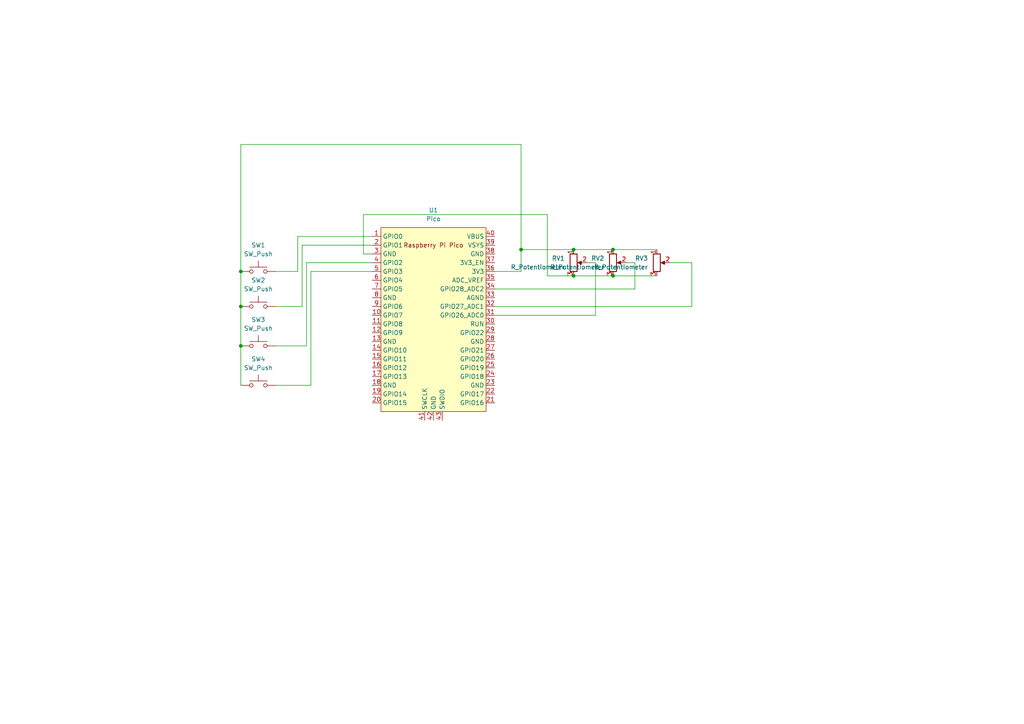
<source format=kicad_sch>
(kicad_sch (version 20211123) (generator eeschema)

  (uuid e63e39d7-6ac0-4ffd-8aa3-1841a4541b55)

  (paper "A4")

  (lib_symbols
    (symbol "Device:R_Potentiometer" (pin_names (offset 1.016) hide) (in_bom yes) (on_board yes)
      (property "Reference" "RV" (id 0) (at -4.445 0 90)
        (effects (font (size 1.27 1.27)))
      )
      (property "Value" "R_Potentiometer" (id 1) (at -2.54 0 90)
        (effects (font (size 1.27 1.27)))
      )
      (property "Footprint" "" (id 2) (at 0 0 0)
        (effects (font (size 1.27 1.27)) hide)
      )
      (property "Datasheet" "~" (id 3) (at 0 0 0)
        (effects (font (size 1.27 1.27)) hide)
      )
      (property "ki_keywords" "resistor variable" (id 4) (at 0 0 0)
        (effects (font (size 1.27 1.27)) hide)
      )
      (property "ki_description" "Potentiometer" (id 5) (at 0 0 0)
        (effects (font (size 1.27 1.27)) hide)
      )
      (property "ki_fp_filters" "Potentiometer*" (id 6) (at 0 0 0)
        (effects (font (size 1.27 1.27)) hide)
      )
      (symbol "R_Potentiometer_0_1"
        (polyline
          (pts
            (xy 2.54 0)
            (xy 1.524 0)
          )
          (stroke (width 0) (type default) (color 0 0 0 0))
          (fill (type none))
        )
        (polyline
          (pts
            (xy 1.143 0)
            (xy 2.286 0.508)
            (xy 2.286 -0.508)
            (xy 1.143 0)
          )
          (stroke (width 0) (type default) (color 0 0 0 0))
          (fill (type outline))
        )
        (rectangle (start 1.016 2.54) (end -1.016 -2.54)
          (stroke (width 0.254) (type default) (color 0 0 0 0))
          (fill (type none))
        )
      )
      (symbol "R_Potentiometer_1_1"
        (pin passive line (at 0 3.81 270) (length 1.27)
          (name "1" (effects (font (size 1.27 1.27))))
          (number "1" (effects (font (size 1.27 1.27))))
        )
        (pin passive line (at 3.81 0 180) (length 1.27)
          (name "2" (effects (font (size 1.27 1.27))))
          (number "2" (effects (font (size 1.27 1.27))))
        )
        (pin passive line (at 0 -3.81 90) (length 1.27)
          (name "3" (effects (font (size 1.27 1.27))))
          (number "3" (effects (font (size 1.27 1.27))))
        )
      )
    )
    (symbol "MCU_RaspberryPi_and_Boards:Pico" (in_bom yes) (on_board yes)
      (property "Reference" "U" (id 0) (at -13.97 27.94 0)
        (effects (font (size 1.27 1.27)))
      )
      (property "Value" "Pico" (id 1) (at 0 19.05 0)
        (effects (font (size 1.27 1.27)))
      )
      (property "Footprint" "RPi_Pico:RPi_Pico_SMD_TH" (id 2) (at 0 0 90)
        (effects (font (size 1.27 1.27)) hide)
      )
      (property "Datasheet" "" (id 3) (at 0 0 0)
        (effects (font (size 1.27 1.27)) hide)
      )
      (symbol "Pico_0_0"
        (text "Raspberry Pi Pico" (at 0 21.59 0)
          (effects (font (size 1.27 1.27)))
        )
      )
      (symbol "Pico_0_1"
        (rectangle (start -15.24 26.67) (end 15.24 -26.67)
          (stroke (width 0) (type default) (color 0 0 0 0))
          (fill (type background))
        )
      )
      (symbol "Pico_1_1"
        (pin bidirectional line (at -17.78 24.13 0) (length 2.54)
          (name "GPIO0" (effects (font (size 1.27 1.27))))
          (number "1" (effects (font (size 1.27 1.27))))
        )
        (pin bidirectional line (at -17.78 1.27 0) (length 2.54)
          (name "GPIO7" (effects (font (size 1.27 1.27))))
          (number "10" (effects (font (size 1.27 1.27))))
        )
        (pin bidirectional line (at -17.78 -1.27 0) (length 2.54)
          (name "GPIO8" (effects (font (size 1.27 1.27))))
          (number "11" (effects (font (size 1.27 1.27))))
        )
        (pin bidirectional line (at -17.78 -3.81 0) (length 2.54)
          (name "GPIO9" (effects (font (size 1.27 1.27))))
          (number "12" (effects (font (size 1.27 1.27))))
        )
        (pin power_in line (at -17.78 -6.35 0) (length 2.54)
          (name "GND" (effects (font (size 1.27 1.27))))
          (number "13" (effects (font (size 1.27 1.27))))
        )
        (pin bidirectional line (at -17.78 -8.89 0) (length 2.54)
          (name "GPIO10" (effects (font (size 1.27 1.27))))
          (number "14" (effects (font (size 1.27 1.27))))
        )
        (pin bidirectional line (at -17.78 -11.43 0) (length 2.54)
          (name "GPIO11" (effects (font (size 1.27 1.27))))
          (number "15" (effects (font (size 1.27 1.27))))
        )
        (pin bidirectional line (at -17.78 -13.97 0) (length 2.54)
          (name "GPIO12" (effects (font (size 1.27 1.27))))
          (number "16" (effects (font (size 1.27 1.27))))
        )
        (pin bidirectional line (at -17.78 -16.51 0) (length 2.54)
          (name "GPIO13" (effects (font (size 1.27 1.27))))
          (number "17" (effects (font (size 1.27 1.27))))
        )
        (pin power_in line (at -17.78 -19.05 0) (length 2.54)
          (name "GND" (effects (font (size 1.27 1.27))))
          (number "18" (effects (font (size 1.27 1.27))))
        )
        (pin bidirectional line (at -17.78 -21.59 0) (length 2.54)
          (name "GPIO14" (effects (font (size 1.27 1.27))))
          (number "19" (effects (font (size 1.27 1.27))))
        )
        (pin bidirectional line (at -17.78 21.59 0) (length 2.54)
          (name "GPIO1" (effects (font (size 1.27 1.27))))
          (number "2" (effects (font (size 1.27 1.27))))
        )
        (pin bidirectional line (at -17.78 -24.13 0) (length 2.54)
          (name "GPIO15" (effects (font (size 1.27 1.27))))
          (number "20" (effects (font (size 1.27 1.27))))
        )
        (pin bidirectional line (at 17.78 -24.13 180) (length 2.54)
          (name "GPIO16" (effects (font (size 1.27 1.27))))
          (number "21" (effects (font (size 1.27 1.27))))
        )
        (pin bidirectional line (at 17.78 -21.59 180) (length 2.54)
          (name "GPIO17" (effects (font (size 1.27 1.27))))
          (number "22" (effects (font (size 1.27 1.27))))
        )
        (pin power_in line (at 17.78 -19.05 180) (length 2.54)
          (name "GND" (effects (font (size 1.27 1.27))))
          (number "23" (effects (font (size 1.27 1.27))))
        )
        (pin bidirectional line (at 17.78 -16.51 180) (length 2.54)
          (name "GPIO18" (effects (font (size 1.27 1.27))))
          (number "24" (effects (font (size 1.27 1.27))))
        )
        (pin bidirectional line (at 17.78 -13.97 180) (length 2.54)
          (name "GPIO19" (effects (font (size 1.27 1.27))))
          (number "25" (effects (font (size 1.27 1.27))))
        )
        (pin bidirectional line (at 17.78 -11.43 180) (length 2.54)
          (name "GPIO20" (effects (font (size 1.27 1.27))))
          (number "26" (effects (font (size 1.27 1.27))))
        )
        (pin bidirectional line (at 17.78 -8.89 180) (length 2.54)
          (name "GPIO21" (effects (font (size 1.27 1.27))))
          (number "27" (effects (font (size 1.27 1.27))))
        )
        (pin power_in line (at 17.78 -6.35 180) (length 2.54)
          (name "GND" (effects (font (size 1.27 1.27))))
          (number "28" (effects (font (size 1.27 1.27))))
        )
        (pin bidirectional line (at 17.78 -3.81 180) (length 2.54)
          (name "GPIO22" (effects (font (size 1.27 1.27))))
          (number "29" (effects (font (size 1.27 1.27))))
        )
        (pin power_in line (at -17.78 19.05 0) (length 2.54)
          (name "GND" (effects (font (size 1.27 1.27))))
          (number "3" (effects (font (size 1.27 1.27))))
        )
        (pin input line (at 17.78 -1.27 180) (length 2.54)
          (name "RUN" (effects (font (size 1.27 1.27))))
          (number "30" (effects (font (size 1.27 1.27))))
        )
        (pin bidirectional line (at 17.78 1.27 180) (length 2.54)
          (name "GPIO26_ADC0" (effects (font (size 1.27 1.27))))
          (number "31" (effects (font (size 1.27 1.27))))
        )
        (pin bidirectional line (at 17.78 3.81 180) (length 2.54)
          (name "GPIO27_ADC1" (effects (font (size 1.27 1.27))))
          (number "32" (effects (font (size 1.27 1.27))))
        )
        (pin power_in line (at 17.78 6.35 180) (length 2.54)
          (name "AGND" (effects (font (size 1.27 1.27))))
          (number "33" (effects (font (size 1.27 1.27))))
        )
        (pin bidirectional line (at 17.78 8.89 180) (length 2.54)
          (name "GPIO28_ADC2" (effects (font (size 1.27 1.27))))
          (number "34" (effects (font (size 1.27 1.27))))
        )
        (pin power_in line (at 17.78 11.43 180) (length 2.54)
          (name "ADC_VREF" (effects (font (size 1.27 1.27))))
          (number "35" (effects (font (size 1.27 1.27))))
        )
        (pin power_in line (at 17.78 13.97 180) (length 2.54)
          (name "3V3" (effects (font (size 1.27 1.27))))
          (number "36" (effects (font (size 1.27 1.27))))
        )
        (pin input line (at 17.78 16.51 180) (length 2.54)
          (name "3V3_EN" (effects (font (size 1.27 1.27))))
          (number "37" (effects (font (size 1.27 1.27))))
        )
        (pin bidirectional line (at 17.78 19.05 180) (length 2.54)
          (name "GND" (effects (font (size 1.27 1.27))))
          (number "38" (effects (font (size 1.27 1.27))))
        )
        (pin power_in line (at 17.78 21.59 180) (length 2.54)
          (name "VSYS" (effects (font (size 1.27 1.27))))
          (number "39" (effects (font (size 1.27 1.27))))
        )
        (pin bidirectional line (at -17.78 16.51 0) (length 2.54)
          (name "GPIO2" (effects (font (size 1.27 1.27))))
          (number "4" (effects (font (size 1.27 1.27))))
        )
        (pin power_in line (at 17.78 24.13 180) (length 2.54)
          (name "VBUS" (effects (font (size 1.27 1.27))))
          (number "40" (effects (font (size 1.27 1.27))))
        )
        (pin input line (at -2.54 -29.21 90) (length 2.54)
          (name "SWCLK" (effects (font (size 1.27 1.27))))
          (number "41" (effects (font (size 1.27 1.27))))
        )
        (pin power_in line (at 0 -29.21 90) (length 2.54)
          (name "GND" (effects (font (size 1.27 1.27))))
          (number "42" (effects (font (size 1.27 1.27))))
        )
        (pin bidirectional line (at 2.54 -29.21 90) (length 2.54)
          (name "SWDIO" (effects (font (size 1.27 1.27))))
          (number "43" (effects (font (size 1.27 1.27))))
        )
        (pin bidirectional line (at -17.78 13.97 0) (length 2.54)
          (name "GPIO3" (effects (font (size 1.27 1.27))))
          (number "5" (effects (font (size 1.27 1.27))))
        )
        (pin bidirectional line (at -17.78 11.43 0) (length 2.54)
          (name "GPIO4" (effects (font (size 1.27 1.27))))
          (number "6" (effects (font (size 1.27 1.27))))
        )
        (pin bidirectional line (at -17.78 8.89 0) (length 2.54)
          (name "GPIO5" (effects (font (size 1.27 1.27))))
          (number "7" (effects (font (size 1.27 1.27))))
        )
        (pin power_in line (at -17.78 6.35 0) (length 2.54)
          (name "GND" (effects (font (size 1.27 1.27))))
          (number "8" (effects (font (size 1.27 1.27))))
        )
        (pin bidirectional line (at -17.78 3.81 0) (length 2.54)
          (name "GPIO6" (effects (font (size 1.27 1.27))))
          (number "9" (effects (font (size 1.27 1.27))))
        )
      )
    )
    (symbol "Switch:SW_Push" (pin_numbers hide) (pin_names (offset 1.016) hide) (in_bom yes) (on_board yes)
      (property "Reference" "SW" (id 0) (at 1.27 2.54 0)
        (effects (font (size 1.27 1.27)) (justify left))
      )
      (property "Value" "SW_Push" (id 1) (at 0 -1.524 0)
        (effects (font (size 1.27 1.27)))
      )
      (property "Footprint" "" (id 2) (at 0 5.08 0)
        (effects (font (size 1.27 1.27)) hide)
      )
      (property "Datasheet" "~" (id 3) (at 0 5.08 0)
        (effects (font (size 1.27 1.27)) hide)
      )
      (property "ki_keywords" "switch normally-open pushbutton push-button" (id 4) (at 0 0 0)
        (effects (font (size 1.27 1.27)) hide)
      )
      (property "ki_description" "Push button switch, generic, two pins" (id 5) (at 0 0 0)
        (effects (font (size 1.27 1.27)) hide)
      )
      (symbol "SW_Push_0_1"
        (circle (center -2.032 0) (radius 0.508)
          (stroke (width 0) (type default) (color 0 0 0 0))
          (fill (type none))
        )
        (polyline
          (pts
            (xy 0 1.27)
            (xy 0 3.048)
          )
          (stroke (width 0) (type default) (color 0 0 0 0))
          (fill (type none))
        )
        (polyline
          (pts
            (xy 2.54 1.27)
            (xy -2.54 1.27)
          )
          (stroke (width 0) (type default) (color 0 0 0 0))
          (fill (type none))
        )
        (circle (center 2.032 0) (radius 0.508)
          (stroke (width 0) (type default) (color 0 0 0 0))
          (fill (type none))
        )
        (pin passive line (at -5.08 0 0) (length 2.54)
          (name "1" (effects (font (size 1.27 1.27))))
          (number "1" (effects (font (size 1.27 1.27))))
        )
        (pin passive line (at 5.08 0 180) (length 2.54)
          (name "2" (effects (font (size 1.27 1.27))))
          (number "2" (effects (font (size 1.27 1.27))))
        )
      )
    )
  )

  (junction (at 151.13 72.39) (diameter 0) (color 0 0 0 0)
    (uuid 069204c6-917a-4727-af77-ac0aedc7ec1a)
  )
  (junction (at 166.37 80.01) (diameter 0) (color 0 0 0 0)
    (uuid 3827c2f2-d641-4ed7-b93e-8c6c998ee71c)
  )
  (junction (at 69.85 100.33) (diameter 0) (color 0 0 0 0)
    (uuid 38e8de5b-30a9-45cc-8f83-dfa7fdec682d)
  )
  (junction (at 69.85 88.9) (diameter 0) (color 0 0 0 0)
    (uuid 440c9866-067a-4199-9702-823678db18a8)
  )
  (junction (at 69.85 78.74) (diameter 0) (color 0 0 0 0)
    (uuid 700e04d1-570f-44ee-824b-cc9223ff560c)
  )
  (junction (at 166.37 72.39) (diameter 0) (color 0 0 0 0)
    (uuid c59e7ddd-f935-4d37-8074-46ec6763164c)
  )
  (junction (at 177.8 80.01) (diameter 0) (color 0 0 0 0)
    (uuid d2f25503-936e-404c-b0f3-f1f1d901f391)
  )
  (junction (at 177.8 72.39) (diameter 0) (color 0 0 0 0)
    (uuid f5d37687-c9a4-4da1-b02a-49eaa99009fa)
  )

  (wire (pts (xy 69.85 78.74) (xy 69.85 41.91))
    (stroke (width 0) (type default) (color 0 0 0 0))
    (uuid 033ecaa0-8d98-499e-be9c-1b7e936706c8)
  )
  (wire (pts (xy 69.85 78.74) (xy 69.85 88.9))
    (stroke (width 0) (type default) (color 0 0 0 0))
    (uuid 051f87bc-e738-40a1-87ae-883aa1ca5450)
  )
  (wire (pts (xy 166.37 80.01) (xy 177.8 80.01))
    (stroke (width 0) (type default) (color 0 0 0 0))
    (uuid 0bee1f42-df27-4cf2-a8ef-d0366c1faf92)
  )
  (wire (pts (xy 184.15 83.82) (xy 143.51 83.82))
    (stroke (width 0) (type default) (color 0 0 0 0))
    (uuid 100c5f05-b2f4-47fb-bd32-2151d413de8f)
  )
  (wire (pts (xy 88.9 100.33) (xy 80.01 100.33))
    (stroke (width 0) (type default) (color 0 0 0 0))
    (uuid 110084c0-fe44-45b4-831d-a67cdda59936)
  )
  (wire (pts (xy 184.15 76.2) (xy 184.15 83.82))
    (stroke (width 0) (type default) (color 0 0 0 0))
    (uuid 17037a66-f509-4de7-89f2-b9388fb46d09)
  )
  (wire (pts (xy 80.01 78.74) (xy 86.36 78.74))
    (stroke (width 0) (type default) (color 0 0 0 0))
    (uuid 2567580f-1c94-431a-be44-18201e1b36a4)
  )
  (wire (pts (xy 105.41 73.66) (xy 107.95 73.66))
    (stroke (width 0) (type default) (color 0 0 0 0))
    (uuid 26fa9e77-242c-4da0-9547-2b2f3d9e4814)
  )
  (wire (pts (xy 86.36 78.74) (xy 86.36 68.58))
    (stroke (width 0) (type default) (color 0 0 0 0))
    (uuid 27422954-463e-4712-9371-e0eac81ce4fb)
  )
  (wire (pts (xy 107.95 76.2) (xy 88.9 76.2))
    (stroke (width 0) (type default) (color 0 0 0 0))
    (uuid 2977e23f-ba6f-403f-84eb-3346bdf08395)
  )
  (wire (pts (xy 181.61 76.2) (xy 184.15 76.2))
    (stroke (width 0) (type default) (color 0 0 0 0))
    (uuid 2b8c815e-4efa-4edb-b25c-e69c9642edd1)
  )
  (wire (pts (xy 90.17 111.76) (xy 90.17 78.74))
    (stroke (width 0) (type default) (color 0 0 0 0))
    (uuid 2bf1ed24-42c0-4a61-b793-4c559db81bbe)
  )
  (wire (pts (xy 172.72 76.2) (xy 172.72 91.44))
    (stroke (width 0) (type default) (color 0 0 0 0))
    (uuid 32f3fc29-64ac-46ae-a2b9-cbebaf194f74)
  )
  (wire (pts (xy 105.41 62.23) (xy 105.41 73.66))
    (stroke (width 0) (type default) (color 0 0 0 0))
    (uuid 3329aa9a-6034-4385-babe-bbd7c7d983c8)
  )
  (wire (pts (xy 80.01 111.76) (xy 90.17 111.76))
    (stroke (width 0) (type default) (color 0 0 0 0))
    (uuid 3e871ae7-49d8-4070-a66f-fcffc0df122d)
  )
  (wire (pts (xy 177.8 72.39) (xy 190.5 72.39))
    (stroke (width 0) (type default) (color 0 0 0 0))
    (uuid 44453bf8-21ae-4b41-8946-55d19b643f17)
  )
  (wire (pts (xy 194.31 76.2) (xy 200.66 76.2))
    (stroke (width 0) (type default) (color 0 0 0 0))
    (uuid 4540ad35-83cc-409f-8296-6f92568252a9)
  )
  (wire (pts (xy 200.66 88.9) (xy 200.66 76.2))
    (stroke (width 0) (type default) (color 0 0 0 0))
    (uuid 4dc508d8-7709-4549-88f3-a60e4da6c2a4)
  )
  (wire (pts (xy 90.17 78.74) (xy 107.95 78.74))
    (stroke (width 0) (type default) (color 0 0 0 0))
    (uuid 4f549e04-94ae-45c9-a4d4-89a612cde918)
  )
  (wire (pts (xy 69.85 100.33) (xy 69.85 111.76))
    (stroke (width 0) (type default) (color 0 0 0 0))
    (uuid 50d38a22-a454-47cd-8a0f-fa95d853dba3)
  )
  (wire (pts (xy 87.63 88.9) (xy 87.63 71.12))
    (stroke (width 0) (type default) (color 0 0 0 0))
    (uuid 568781dd-b985-4611-a32e-bf7a36ac438e)
  )
  (wire (pts (xy 170.18 76.2) (xy 172.72 76.2))
    (stroke (width 0) (type default) (color 0 0 0 0))
    (uuid 5eec6e52-96e0-44ca-b482-fa92e0773eec)
  )
  (wire (pts (xy 172.72 91.44) (xy 143.51 91.44))
    (stroke (width 0) (type default) (color 0 0 0 0))
    (uuid 784351a8-b32b-4e88-878a-b83ed7ab1f3c)
  )
  (wire (pts (xy 166.37 80.01) (xy 158.75 80.01))
    (stroke (width 0) (type default) (color 0 0 0 0))
    (uuid 7c94fb2a-148d-4fc6-b408-3ab3560e29f9)
  )
  (wire (pts (xy 69.85 41.91) (xy 151.13 41.91))
    (stroke (width 0) (type default) (color 0 0 0 0))
    (uuid 8543a9ad-688f-437d-b8ee-64f837336a12)
  )
  (wire (pts (xy 166.37 72.39) (xy 151.13 72.39))
    (stroke (width 0) (type default) (color 0 0 0 0))
    (uuid 90214412-72bb-4d1c-a3ed-195c44a8656b)
  )
  (wire (pts (xy 151.13 41.91) (xy 151.13 72.39))
    (stroke (width 0) (type default) (color 0 0 0 0))
    (uuid 907162cb-7d4b-480e-a890-614157fc508e)
  )
  (wire (pts (xy 87.63 71.12) (xy 107.95 71.12))
    (stroke (width 0) (type default) (color 0 0 0 0))
    (uuid 98f384f1-5e2a-405c-81c9-e098faae79df)
  )
  (wire (pts (xy 143.51 88.9) (xy 200.66 88.9))
    (stroke (width 0) (type default) (color 0 0 0 0))
    (uuid b208297c-c85b-44c5-80d5-0ee244b6d7c9)
  )
  (wire (pts (xy 86.36 68.58) (xy 107.95 68.58))
    (stroke (width 0) (type default) (color 0 0 0 0))
    (uuid b2518403-fd5f-498d-a62d-7a69007115db)
  )
  (wire (pts (xy 158.75 62.23) (xy 105.41 62.23))
    (stroke (width 0) (type default) (color 0 0 0 0))
    (uuid b92cd391-b04b-4383-bfa6-a0c9e454ca8b)
  )
  (wire (pts (xy 177.8 80.01) (xy 190.5 80.01))
    (stroke (width 0) (type default) (color 0 0 0 0))
    (uuid c418c96b-cdfe-4939-870f-af6124940c98)
  )
  (wire (pts (xy 166.37 72.39) (xy 177.8 72.39))
    (stroke (width 0) (type default) (color 0 0 0 0))
    (uuid c9463f08-ee41-4261-91d0-5e8b04ad61a1)
  )
  (wire (pts (xy 88.9 76.2) (xy 88.9 100.33))
    (stroke (width 0) (type default) (color 0 0 0 0))
    (uuid dbb71efc-c1c2-476f-8c47-1b4e4726ebb2)
  )
  (wire (pts (xy 151.13 78.74) (xy 143.51 78.74))
    (stroke (width 0) (type default) (color 0 0 0 0))
    (uuid ddc5c364-63b9-4f91-9a07-6cae8be1e486)
  )
  (wire (pts (xy 69.85 88.9) (xy 69.85 100.33))
    (stroke (width 0) (type default) (color 0 0 0 0))
    (uuid de05eb07-8e9d-4556-94b7-983b173ef273)
  )
  (wire (pts (xy 158.75 80.01) (xy 158.75 62.23))
    (stroke (width 0) (type default) (color 0 0 0 0))
    (uuid ec771424-b6e1-4753-b8b8-0fec38f658a1)
  )
  (wire (pts (xy 151.13 72.39) (xy 151.13 78.74))
    (stroke (width 0) (type default) (color 0 0 0 0))
    (uuid ed1b447e-5712-4cc5-856d-b8d2038bb297)
  )
  (wire (pts (xy 80.01 88.9) (xy 87.63 88.9))
    (stroke (width 0) (type default) (color 0 0 0 0))
    (uuid efec65cc-dbfa-4dc7-b85c-71136ca40483)
  )

  (symbol (lib_id "Device:R_Potentiometer") (at 190.5 76.2 0) (unit 1)
    (in_bom yes) (on_board yes) (fields_autoplaced)
    (uuid 08fa8ff6-09a7-484c-b1d9-0e3b7c49bb26)
    (property "Reference" "RV3" (id 0) (at 187.96 74.9299 0)
      (effects (font (size 1.27 1.27)) (justify right))
    )
    (property "Value" "R_Potentiometer" (id 1) (at 187.96 77.4699 0)
      (effects (font (size 1.27 1.27)) (justify right))
    )
    (property "Footprint" "Potentiometer_THT:Potentiometer_Bourns_PTA6043_Single_Slide" (id 2) (at 190.5 76.2 0)
      (effects (font (size 1.27 1.27)) hide)
    )
    (property "Datasheet" "~" (id 3) (at 190.5 76.2 0)
      (effects (font (size 1.27 1.27)) hide)
    )
    (pin "1" (uuid 65e58d89-f213-4051-b36b-7b3454867ad5))
    (pin "2" (uuid 9d541d6f-313d-4469-a000-68242c1dd6d6))
    (pin "3" (uuid 01422660-08c8-48f3-98ca-26cbe7f98f5b))
  )

  (symbol (lib_id "Device:R_Potentiometer") (at 166.37 76.2 0) (unit 1)
    (in_bom yes) (on_board yes) (fields_autoplaced)
    (uuid 196a8dd5-5fd6-4c7f-ae4a-0104bd82e61b)
    (property "Reference" "RV1" (id 0) (at 163.83 74.9299 0)
      (effects (font (size 1.27 1.27)) (justify right))
    )
    (property "Value" "R_Potentiometer" (id 1) (at 163.83 77.4699 0)
      (effects (font (size 1.27 1.27)) (justify right))
    )
    (property "Footprint" "Potentiometer_THT:Potentiometer_Bourns_PTA6043_Single_Slide" (id 2) (at 166.37 76.2 0)
      (effects (font (size 1.27 1.27)) hide)
    )
    (property "Datasheet" "~" (id 3) (at 166.37 76.2 0)
      (effects (font (size 1.27 1.27)) hide)
    )
    (pin "1" (uuid 99332785-d9f1-4363-9377-26ddc18e6d2c))
    (pin "2" (uuid 1fbb0219-551e-409b-a61b-76e8cebdfb9d))
    (pin "3" (uuid 7bfba61b-6752-4a45-9ee6-5984dcb15041))
  )

  (symbol (lib_id "Switch:SW_Push") (at 74.93 88.9 0) (unit 1)
    (in_bom yes) (on_board yes) (fields_autoplaced)
    (uuid 41512000-8ddc-4c35-95f9-181a97b6f8de)
    (property "Reference" "SW2" (id 0) (at 74.93 81.28 0))
    (property "Value" "SW_Push" (id 1) (at 74.93 83.82 0))
    (property "Footprint" "Button_Switch_THT:SW_PUSH-12mm" (id 2) (at 74.93 83.82 0)
      (effects (font (size 1.27 1.27)) hide)
    )
    (property "Datasheet" "~" (id 3) (at 74.93 83.82 0)
      (effects (font (size 1.27 1.27)) hide)
    )
    (pin "1" (uuid d47cd15e-87a5-4fca-ba12-29ea14d72c4e))
    (pin "2" (uuid cdbabdff-d445-4ad0-8e7c-a52b2d06f74a))
  )

  (symbol (lib_id "Switch:SW_Push") (at 74.93 111.76 0) (unit 1)
    (in_bom yes) (on_board yes) (fields_autoplaced)
    (uuid 679644e3-5194-49c9-bc2f-670fb057cc6d)
    (property "Reference" "SW4" (id 0) (at 74.93 104.14 0))
    (property "Value" "SW_Push" (id 1) (at 74.93 106.68 0))
    (property "Footprint" "Button_Switch_THT:SW_PUSH-12mm" (id 2) (at 74.93 106.68 0)
      (effects (font (size 1.27 1.27)) hide)
    )
    (property "Datasheet" "~" (id 3) (at 74.93 106.68 0)
      (effects (font (size 1.27 1.27)) hide)
    )
    (pin "1" (uuid 00285115-56ef-45e8-8528-f99553a17b5e))
    (pin "2" (uuid 942bb509-0865-4ee6-a623-811abdc04cfe))
  )

  (symbol (lib_id "Switch:SW_Push") (at 74.93 78.74 0) (unit 1)
    (in_bom yes) (on_board yes) (fields_autoplaced)
    (uuid 75b3e860-eda3-41e8-8dba-396cd6130ad6)
    (property "Reference" "SW1" (id 0) (at 74.93 71.12 0))
    (property "Value" "SW_Push" (id 1) (at 74.93 73.66 0))
    (property "Footprint" "Button_Switch_THT:SW_PUSH-12mm" (id 2) (at 74.93 73.66 0)
      (effects (font (size 1.27 1.27)) hide)
    )
    (property "Datasheet" "~" (id 3) (at 74.93 73.66 0)
      (effects (font (size 1.27 1.27)) hide)
    )
    (pin "1" (uuid 553f8fdd-c870-4163-a81b-a10a24a3351e))
    (pin "2" (uuid 11c13b9d-0404-4268-bab1-f545d338c0be))
  )

  (symbol (lib_id "Switch:SW_Push") (at 74.93 100.33 0) (unit 1)
    (in_bom yes) (on_board yes) (fields_autoplaced)
    (uuid 84b0d34f-561e-4159-b869-09ac10a3659e)
    (property "Reference" "SW3" (id 0) (at 74.93 92.71 0))
    (property "Value" "SW_Push" (id 1) (at 74.93 95.25 0))
    (property "Footprint" "Button_Switch_THT:SW_PUSH-12mm" (id 2) (at 74.93 95.25 0)
      (effects (font (size 1.27 1.27)) hide)
    )
    (property "Datasheet" "~" (id 3) (at 74.93 95.25 0)
      (effects (font (size 1.27 1.27)) hide)
    )
    (pin "1" (uuid bebef2ce-b901-44fd-84a6-49ad9d2cf651))
    (pin "2" (uuid 48e043ee-81ab-4e61-a81b-90a3d592bda8))
  )

  (symbol (lib_id "MCU_RaspberryPi_and_Boards:Pico") (at 125.73 92.71 0) (unit 1)
    (in_bom yes) (on_board yes) (fields_autoplaced)
    (uuid cb2a7ecb-42eb-44d5-8ebb-4f08b0a07155)
    (property "Reference" "U1" (id 0) (at 125.73 60.96 0))
    (property "Value" "Pico" (id 1) (at 125.73 63.5 0))
    (property "Footprint" "MCU_RaspberryPi_and_Boards:RPi_Pico_SMD_TH" (id 2) (at 125.73 92.71 90)
      (effects (font (size 1.27 1.27)) hide)
    )
    (property "Datasheet" "" (id 3) (at 125.73 92.71 0)
      (effects (font (size 1.27 1.27)) hide)
    )
    (pin "1" (uuid 58523e60-200e-4d01-96c4-4f7bdc62d9b6))
    (pin "10" (uuid c1782c6e-f454-4a7a-9b30-4169b193813e))
    (pin "11" (uuid 9b1f00dd-43e0-46f0-9527-ae2953c235a8))
    (pin "12" (uuid 8c175bca-aaff-49a5-ac76-c08b8ee62f5c))
    (pin "13" (uuid d5c7a815-45b6-41c7-a3c3-d85c05d2f9ef))
    (pin "14" (uuid 8e276722-4476-490a-bf00-1395f0fe2d20))
    (pin "15" (uuid 8b920d33-d0ba-426f-8010-b3c7bdd603bc))
    (pin "16" (uuid 4a09a6df-1f7e-4eaa-9a2b-c4258cc0f1a0))
    (pin "17" (uuid 90b7310c-1b72-4c48-9efa-b9ef2f20ca7c))
    (pin "18" (uuid d23d1ca9-93ac-4306-8983-46c1ae4123e9))
    (pin "19" (uuid d5d5d7fe-5ce0-48b8-821c-8173bac7176d))
    (pin "2" (uuid b9e3aa77-be69-436f-a3f6-aabb253b72db))
    (pin "20" (uuid d7b2b70b-51e8-4c92-820a-d9481fe18140))
    (pin "21" (uuid e00579aa-8b61-4a6d-a70e-15013366b66b))
    (pin "22" (uuid 22f5f2a1-9428-446f-bcaf-eb2122224d32))
    (pin "23" (uuid a55c8033-36e8-4839-a6fd-6a76d2bbedf9))
    (pin "24" (uuid 6ddb465a-f03e-401e-bf53-ed4adfd9caea))
    (pin "25" (uuid fc23ea34-3bce-43fe-a150-0e5ced943999))
    (pin "26" (uuid 4bb3c408-6e3d-4fc4-8b2d-c892c0294fc4))
    (pin "27" (uuid 5d361438-90d8-4898-ada2-80b80183800a))
    (pin "28" (uuid ea3efae4-f3f1-4d11-95b6-9e83df0304bd))
    (pin "29" (uuid d06103cb-41ee-4c4b-b543-f975de150011))
    (pin "3" (uuid 02333966-0c16-4b8e-b660-f7e7ac52d51a))
    (pin "30" (uuid b95ac013-32a4-4d77-89fd-9685eaef004a))
    (pin "31" (uuid 1b3df54d-9ff3-4cf1-8d55-e8105f1c78a0))
    (pin "32" (uuid 698c037a-76e3-4e86-b612-1355483a0a1d))
    (pin "33" (uuid e72288a6-d288-4a00-9707-d86af1a7de2c))
    (pin "34" (uuid 79da1d90-5f3e-4359-8038-0719c0e9862b))
    (pin "35" (uuid 56a13000-8ca0-4aa1-b7b5-574c133518a0))
    (pin "36" (uuid 4f8677d9-9ee8-4341-950e-1940601df3d6))
    (pin "37" (uuid 9762a6d2-1b3f-4129-abf3-f1610845efa1))
    (pin "38" (uuid dfdecdad-297d-4761-a1f8-eacb87e6b442))
    (pin "39" (uuid f7bf5e5b-56dd-413a-a650-23b99c14ed9e))
    (pin "4" (uuid e098f251-9342-41e5-a201-87b3f6d696f9))
    (pin "40" (uuid a8ab50e6-7c31-43d9-93b0-83a92110d70f))
    (pin "41" (uuid cd51d0fa-eb85-45fd-bb91-5f1b76792b45))
    (pin "42" (uuid d448f14d-23bd-46f9-98f1-9e869debb8d6))
    (pin "43" (uuid 90b229c2-cedc-4b82-9fb8-8eb2f44c3997))
    (pin "5" (uuid d700ef22-117c-4b3c-92a5-a6f5f636314c))
    (pin "6" (uuid d7bd382f-ef7e-4f4e-aaac-6406da1b7665))
    (pin "7" (uuid 3934668d-f270-45a6-a5e2-7488b1c300bc))
    (pin "8" (uuid ec17fa1f-a1d8-4a0c-844b-f2f9c1249d7e))
    (pin "9" (uuid f1ecd042-f2a6-48f9-94d6-c8cc9fb8cee9))
  )

  (symbol (lib_id "Device:R_Potentiometer") (at 177.8 76.2 0) (unit 1)
    (in_bom yes) (on_board yes) (fields_autoplaced)
    (uuid f240e733-157e-4a15-812f-78f42d8a8322)
    (property "Reference" "RV2" (id 0) (at 175.26 74.9299 0)
      (effects (font (size 1.27 1.27)) (justify right))
    )
    (property "Value" "R_Potentiometer" (id 1) (at 175.26 77.4699 0)
      (effects (font (size 1.27 1.27)) (justify right))
    )
    (property "Footprint" "Potentiometer_THT:Potentiometer_Bourns_PTA6043_Single_Slide" (id 2) (at 177.8 76.2 0)
      (effects (font (size 1.27 1.27)) hide)
    )
    (property "Datasheet" "~" (id 3) (at 177.8 76.2 0)
      (effects (font (size 1.27 1.27)) hide)
    )
    (pin "1" (uuid a4911204-1308-4d17-90a9-1ff5f9c57c9b))
    (pin "2" (uuid 01c59306-91a3-452b-92b5-9af8f8f257d6))
    (pin "3" (uuid ef3a2f4c-5879-4e98-ad30-6b8614410fba))
  )

  (sheet_instances
    (path "/" (page "1"))
  )

  (symbol_instances
    (path "/196a8dd5-5fd6-4c7f-ae4a-0104bd82e61b"
      (reference "RV1") (unit 1) (value "R_Potentiometer") (footprint "Potentiometer_THT:Potentiometer_Bourns_PTA6043_Single_Slide")
    )
    (path "/f240e733-157e-4a15-812f-78f42d8a8322"
      (reference "RV2") (unit 1) (value "R_Potentiometer") (footprint "Potentiometer_THT:Potentiometer_Bourns_PTA6043_Single_Slide")
    )
    (path "/08fa8ff6-09a7-484c-b1d9-0e3b7c49bb26"
      (reference "RV3") (unit 1) (value "R_Potentiometer") (footprint "Potentiometer_THT:Potentiometer_Bourns_PTA6043_Single_Slide")
    )
    (path "/75b3e860-eda3-41e8-8dba-396cd6130ad6"
      (reference "SW1") (unit 1) (value "SW_Push") (footprint "Button_Switch_THT:SW_PUSH-12mm")
    )
    (path "/41512000-8ddc-4c35-95f9-181a97b6f8de"
      (reference "SW2") (unit 1) (value "SW_Push") (footprint "Button_Switch_THT:SW_PUSH-12mm")
    )
    (path "/84b0d34f-561e-4159-b869-09ac10a3659e"
      (reference "SW3") (unit 1) (value "SW_Push") (footprint "Button_Switch_THT:SW_PUSH-12mm")
    )
    (path "/679644e3-5194-49c9-bc2f-670fb057cc6d"
      (reference "SW4") (unit 1) (value "SW_Push") (footprint "Button_Switch_THT:SW_PUSH-12mm")
    )
    (path "/cb2a7ecb-42eb-44d5-8ebb-4f08b0a07155"
      (reference "U1") (unit 1) (value "Pico") (footprint "MCU_RaspberryPi_and_Boards:RPi_Pico_SMD_TH")
    )
  )
)

</source>
